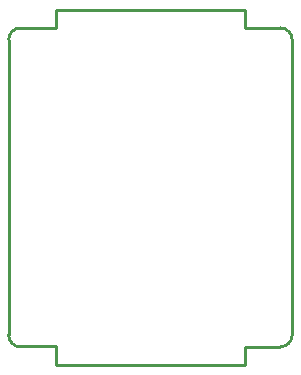
<source format=gko>
G04 Layer: BoardOutline*
G04 EasyEDA v6.4.25, 2022-01-20T08:00:52+08:00*
G04 0604ebae3d614f8b92c7e0483259cbfb,3b57db4a37c74da5bb1b5bc11455ab19,10*
G04 Gerber Generator version 0.2*
G04 Scale: 100 percent, Rotated: No, Reflected: No *
G04 Dimensions in millimeters *
G04 leading zeros omitted , absolute positions ,4 integer and 5 decimal *
%FSLAX45Y45*%
%MOMM*%

%ADD10C,0.2540*%
D10*
X-800000Y-1500002D02*
G01*
X-800000Y-1345410D01*
X-1129952Y-1345410D01*
X800000Y-1499999D02*
G01*
X800000Y-1349999D01*
X1100000Y-1349999D01*
X-800000Y-1500002D02*
G01*
X800000Y-1499999D01*
X-800000Y1499999D02*
G01*
X800000Y1499999D01*
X1200000Y1250000D02*
G01*
X1200000Y-1250000D01*
X1100000Y1349999D02*
G01*
X800000Y1349999D01*
X800000Y1499999D01*
X-1110127Y1349481D02*
G01*
X-800000Y1349481D01*
X-800000Y1499999D01*
X-1200000Y1250000D02*
G01*
X-1200000Y-1250000D01*
G75*
G01*
X1100000Y1350000D02*
G02*
X1200000Y1250000I0J-100000D01*
G75*
G01*
X1200000Y-1250000D02*
G02*
X1100000Y-1350000I-100000J0D01*
X1100000Y-1349999D02*
G01*
X1091526Y-1349999D01*
G75*
G01*
X-1100000Y-1350000D02*
G02*
X-1200000Y-1250000I0J100000D01*
G75*
G01*
X-1100005Y1349995D02*
G03*
X-1200000Y1250000I0J-99995D01*

%LPD*%
M02*

</source>
